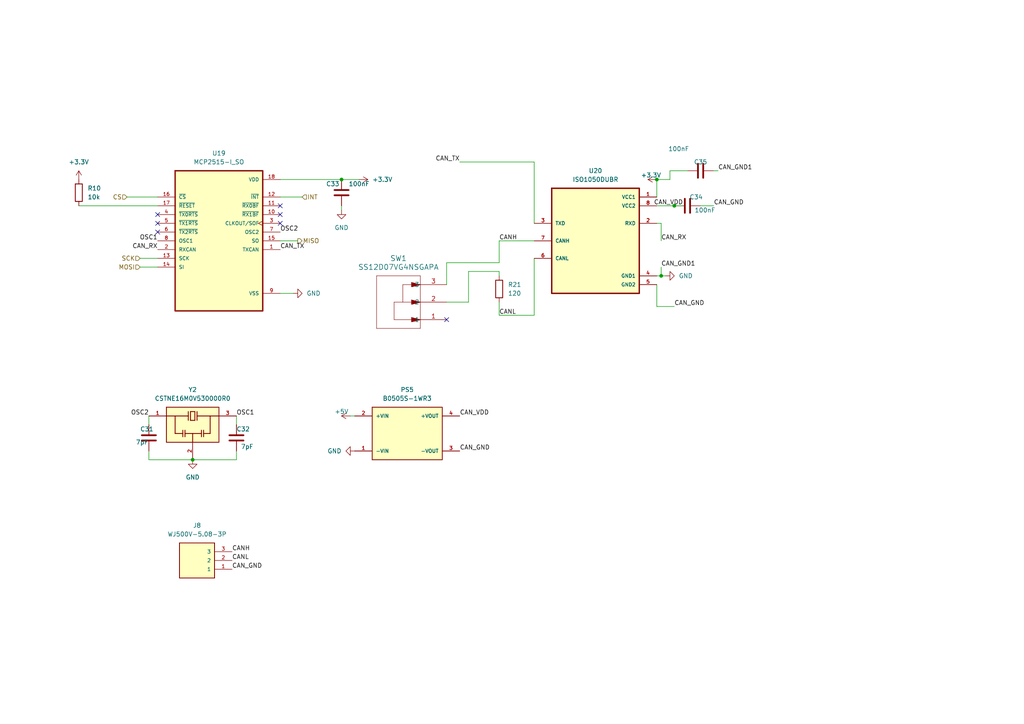
<source format=kicad_sch>
(kicad_sch (version 20231120) (generator "eeschema") (generator_version "8.0")
  (paper "A4")
  (lib_symbols
    (symbol "2024-05-28_19-32-11:SS12D07VG4NSGAPA" (pin_names (offset 0.254))
      (property "Reference" "SW" (at 15.24 7.62 0))
      (property "Value" "SS12D07VG4NSGAPA" (at 20.32 5.08 0))
      (symbol "SS12D07VG4NSGAPA_0_1"
        (polyline (pts (xy 7.62 -12.7) (xy 20.32 -12.7)) (stroke (width 0.127)))
        (polyline (pts (xy 7.62 -10.16) (xy 10.16 -9.525)) (stroke (width 0.127)))
        (polyline (pts (xy 7.62 -5.08) (xy 10.16 -4.445)) (stroke (width 0.127)))
        (polyline (pts (xy 7.62 -5.08) (xy 15.24 -5.08)) (stroke (width 0.127)))
        (polyline (pts (xy 7.62 0) (xy 10.16 0.635)) (stroke (width 0.127)))
        (polyline (pts (xy 7.62 0) (xy 15.24 0)) (stroke (width 0.127)))
        (polyline (pts (xy 7.62 2.54) (xy 7.62 -12.7)) (stroke (width 0.127)))
        (polyline (pts (xy 10.16 -10.795) (xy 7.62 -10.16)) (stroke (width 0.127)))
        (polyline (pts (xy 10.16 -9.525) (xy 10.16 -10.795)) (stroke (width 0.127)))
        (polyline (pts (xy 10.16 -5.715) (xy 7.62 -5.08)) (stroke (width 0.127)))
        (polyline (pts (xy 10.16 -4.445) (xy 10.16 -5.715)) (stroke (width 0.127)))
        (polyline (pts (xy 10.16 -0.635) (xy 7.62 0)) (stroke (width 0.127)))
        (polyline (pts (xy 10.16 0.635) (xy 10.16 -0.635)) (stroke (width 0.127)))
        (polyline (pts (xy 12.7 -10.16) (xy 7.62 -10.16)) (stroke (width 0.127)))
        (polyline (pts (xy 12.7 -5.08) (xy 12.7 -10.16)) (stroke (width 0.127)))
        (polyline (pts (xy 15.24 0) (xy 15.24 -5.08)) (stroke (width 0.127)))
        (polyline (pts (xy 20.32 -12.7) (xy 20.32 2.54)) (stroke (width 0.127)))
        (polyline (pts (xy 20.32 2.54) (xy 7.62 2.54)) (stroke (width 0.127)))
        (polyline (pts (xy 7.62 -10.16) (xy 10.16 -9.525) (xy 10.16 -10.795)) (fill (type outline)))
        (polyline (pts (xy 7.62 -5.08) (xy 10.16 -4.445) (xy 10.16 -5.715)) (fill (type outline)))
        (polyline (pts (xy 7.62 0) (xy 10.16 0.635) (xy 10.16 -0.635)) (fill (type outline)))
        (pin unspecified line (at 0 0 0) (length 7.62) (name "1") (number "1"))
        (pin unspecified line (at 0 -5.08 0) (length 7.62) (name "2") (number "2"))
        (pin unspecified line (at 0 -10.16 0) (length 7.62) (name "3") (number "3"))
      )
    )
    (symbol "CSTNE16M0V530000R0:CSTNE16M0V530000R0" (pin_names (offset 1.016))
      (property "Reference" "Y" (at -7.62 6.35 0))
      (property "Value" "CSTNE16M0V530000R0" (at 1.27 -6.35 0))
      (symbol "CSTNE16M0V530000R0_0_0"
        (rectangle (start -7.62 -5.08) (end 7.62 5.08) (stroke (width 0.254)) (fill (type background)))
        (polyline (pts (xy -7.62 2.54) (xy -5.08 2.54)) (stroke (width 0.254)))
        (polyline (pts (xy -5.08 -2.54) (xy -5.08 2.54)) (stroke (width 0.254)))
        (polyline (pts (xy -5.08 2.54) (xy -1.27 2.54)) (stroke (width 0.254)))
        (polyline (pts (xy -2.8575 -2.54) (xy -5.08 -2.54)) (stroke (width 0.254)))
        (polyline (pts (xy -2.8575 -2.54) (xy -2.8575 -3.4925)) (stroke (width 0.254)))
        (polyline (pts (xy -2.8575 -1.5875) (xy -2.8575 -2.54)) (stroke (width 0.254)))
        (polyline (pts (xy -2.2225 -2.54) (xy -2.2225 -3.4925)) (stroke (width 0.254)))
        (polyline (pts (xy -2.2225 -1.5875) (xy -2.2225 -2.54)) (stroke (width 0.254)))
        (polyline (pts (xy -1.27 2.54) (xy -1.27 1.27)) (stroke (width 0.254)))
        (polyline (pts (xy -1.27 3.81) (xy -1.27 2.54)) (stroke (width 0.254)))
        (polyline (pts (xy -0.635 1.27) (xy -0.635 3.81)) (stroke (width 0.254)))
        (polyline (pts (xy -0.635 3.81) (xy 0.635 3.81)) (stroke (width 0.254)))
        (polyline (pts (xy 0 -5.08) (xy 0 -2.54)) (stroke (width 0.254)))
        (polyline (pts (xy 0 -2.54) (xy -2.2225 -2.54)) (stroke (width 0.254)))
        (polyline (pts (xy 0 -2.54) (xy 2.54 -2.54)) (stroke (width 0.254)))
        (polyline (pts (xy 0.635 1.27) (xy -0.635 1.27)) (stroke (width 0.254)))
        (polyline (pts (xy 0.635 3.81) (xy 0.635 1.27)) (stroke (width 0.254)))
        (polyline (pts (xy 1.27 2.54) (xy 1.27 1.27)) (stroke (width 0.254)))
        (polyline (pts (xy 1.27 2.54) (xy 5.08 2.54)) (stroke (width 0.254)))
        (polyline (pts (xy 1.27 3.81) (xy 1.27 2.54)) (stroke (width 0.254)))
        (polyline (pts (xy 2.54 -2.54) (xy 2.54 -3.4925)) (stroke (width 0.254)))
        (polyline (pts (xy 2.54 -1.5875) (xy 2.54 -2.54)) (stroke (width 0.254)))
        (polyline (pts (xy 3.175 -2.54) (xy 3.175 -3.4925)) (stroke (width 0.254)))
        (polyline (pts (xy 3.175 -2.54) (xy 5.08 -2.54)) (stroke (width 0.254)))
        (polyline (pts (xy 3.175 -1.5875) (xy 3.175 -2.54)) (stroke (width 0.254)))
        (polyline (pts (xy 5.08 -2.54) (xy 5.08 2.54)) (stroke (width 0.254)))
        (polyline (pts (xy 5.08 2.54) (xy 7.62 2.54)) (stroke (width 0.254)))
        (pin input line (at -12.7 2.54 0) (length 5.08) (name "~") (number "1"))
        (pin power_in line (at 0 -10.16 90) (length 5.08) (name "~") (number "2"))
        (pin output line (at 12.7 2.54 180) (length 5.08) (name "~") (number "3"))
      )
    )
    (symbol "Device:C" (pin_numbers hide) (pin_names (offset 0.254))
      (property "Reference" "C" (at 0.635 2.54 0))
      (property "Value" "C" (at 0.635 -2.54 0))
      (symbol "C_0_1"
        (polyline (pts (xy -2.032 -0.762) (xy 2.032 -0.762)) (stroke (width 0.508)))
        (polyline (pts (xy -2.032 0.762) (xy 2.032 0.762)) (stroke (width 0.508)))
      )
      (symbol "C_1_1"
        (pin passive line (at 0 3.81 270) (length 2.794) (name "~") (number "1"))
        (pin passive line (at 0 -3.81 90) (length 2.794) (name "~") (number "2"))
      )
    )
    (symbol "Device:R" (pin_numbers hide) (pin_names (offset 0))
      (property "Reference" "R" (at 2.032 0 90))
      (property "Value" "R" (at 0 0 90))
      (symbol "R_0_1"
        (rectangle (start -1.016 -2.54) (end 1.016 2.54) (stroke (width 0.254)))
      )
      (symbol "R_1_1"
        (pin passive line (at 0 3.81 270) (length 1.27) (name "~") (number "1"))
        (pin passive line (at 0 -3.81 90) (length 1.27) (name "~") (number "2"))
      )
    )
    (symbol "ISO1050DUBR:ISO1050DUBR" (pin_names (offset 1.016))
      (property "Reference" "U" (at -12.7 16.24 0))
      (property "Value" "ISO1050DUBR" (at -12.7 -19.24 0))
      (symbol "ISO1050DUBR_0_0"
        (rectangle (start -12.7 -15.24) (end 12.7 15.24) (stroke (width 0.41)) (fill (type background)))
        (pin power_in line (at 17.78 12.7 180) (length 5.08) (name "VCC1") (number "1"))
        (pin output line (at 17.78 5.08 180) (length 5.08) (name "RXD") (number "2"))
        (pin input line (at -17.78 5.08 0) (length 5.08) (name "TXD") (number "3"))
        (pin power_in line (at 17.78 -10.16 180) (length 5.08) (name "GND1") (number "4"))
        (pin power_in line (at 17.78 -12.7 180) (length 5.08) (name "GND2") (number "5"))
        (pin bidirectional line (at -17.78 -5.08 0) (length 5.08) (name "CANL") (number "6"))
        (pin bidirectional line (at -17.78 0 0) (length 5.08) (name "CANH") (number "7"))
        (pin power_in line (at 17.78 10.16 180) (length 5.08) (name "VCC2") (number "8"))
      )
    )
    (symbol "MCP2515-I_SO:MCP2515-I_SO" (pin_names (offset 1.016))
      (property "Reference" "U" (at -12.7 21.32 0))
      (property "Value" "MCP2515-I_SO" (at -12.7 -24.32 0))
      (symbol "MCP2515-I_SO_0_0"
        (rectangle (start -12.7 -20.32) (end 12.7 20.32) (stroke (width 0.41)) (fill (type background)))
        (pin output line (at 17.78 -2.54 180) (length 5.08) (name "TXCAN") (number "1"))
        (pin output line (at 17.78 7.62 180) (length 5.08) (name "~{RX1BF}") (number "10"))
        (pin output line (at 17.78 10.16 180) (length 5.08) (name "~{RX0BF}") (number "11"))
        (pin output line (at 17.78 12.7 180) (length 5.08) (name "~{INT}") (number "12"))
        (pin input line (at -17.78 -5.08 0) (length 5.08) (name "SCK") (number "13"))
        (pin input line (at -17.78 -7.62 0) (length 5.08) (name "SI") (number "14"))
        (pin output line (at 17.78 0 180) (length 5.08) (name "SO") (number "15"))
        (pin input line (at -17.78 12.7 0) (length 5.08) (name "~{CS}") (number "16"))
        (pin input line (at -17.78 10.16 0) (length 5.08) (name "~{RESET}") (number "17"))
        (pin power_in line (at 17.78 17.78 180) (length 5.08) (name "VDD") (number "18"))
        (pin input line (at -17.78 -2.54 0) (length 5.08) (name "RXCAN") (number "2"))
        (pin output clock (at 17.78 5.08 180) (length 5.08) (name "CLKOUT/SOF") (number "3"))
        (pin input line (at -17.78 7.62 0) (length 5.08) (name "~{TX0RTS}") (number "4"))
        (pin input line (at -17.78 5.08 0) (length 5.08) (name "~{TX1RTS}") (number "5"))
        (pin input line (at -17.78 2.54 0) (length 5.08) (name "~{TX2RTS}") (number "6"))
        (pin output line (at 17.78 2.54 180) (length 5.08) (name "OSC2") (number "7"))
        (pin input line (at -17.78 0 0) (length 5.08) (name "OSC1") (number "8"))
        (pin power_in line (at 17.78 -15.24 180) (length 5.08) (name "VSS") (number "9"))
      )
    )
    (symbol "RFM-0505S:RFM-0505S" (pin_names (offset 1.016))
      (property "Reference" "PS" (at -10.16 8.89 0))
      (property "Value" "RFM-0505S" (at -10.16 -10.16 0))
      (symbol "RFM-0505S_0_0"
        (rectangle (start -10.16 -7.62) (end 10.16 7.62) (stroke (width 0.254)) (fill (type background)))
        (pin input line (at -15.24 -5.08 0) (length 5.08) (name "-VIN") (number "1"))
        (pin input line (at -15.24 5.08 0) (length 5.08) (name "+VIN") (number "2"))
        (pin output line (at 15.24 -5.08 180) (length 5.08) (name "-VOUT") (number "3"))
        (pin output line (at 15.24 5.08 180) (length 5.08) (name "+VOUT") (number "4"))
      )
    )
    (symbol "TB006-508-03BE:TB006-508-03BE" (pin_names (offset 1.016))
      (property "Reference" "J" (at -5.58 5.08 0))
      (property "Value" "TB006-508-03BE" (at -5.08 -7.62 0))
      (symbol "TB006-508-03BE_0_0"
        (rectangle (start -5.08 -5.08) (end 5.08 5.08) (stroke (width 0.254)) (fill (type background)))
        (pin passive line (at -10.16 2.54 0) (length 5.08) (name "1") (number "1"))
        (pin passive line (at -10.16 0 0) (length 5.08) (name "2") (number "2"))
        (pin passive line (at -10.16 -2.54 0) (length 5.08) (name "3") (number "3"))
      )
    )
    (symbol "power:+3.3V" (power) (pin_names (offset 0))
      (property "Value" "+3.3V" (at 0 3.556 0))
      (symbol "+3.3V_0_1"
        (polyline (pts (xy -0.762 1.27) (xy 0 2.54)))
        (polyline (pts (xy 0 0) (xy 0 2.54)))
        (polyline (pts (xy 0 2.54) (xy 0.762 1.27)))
      )
      (symbol "+3.3V_1_1"
        (pin power_in line (at 0 0 90) (length 0) hide (name "+3.3V") (number "1"))
      )
    )
    (symbol "power:+5V" (power) (pin_names (offset 0))
      (property "Value" "+5V" (at 0 3.556 0))
      (symbol "+5V_0_1"
        (polyline (pts (xy -0.762 1.27) (xy 0 2.54)))
        (polyline (pts (xy 0 0) (xy 0 2.54)))
        (polyline (pts (xy 0 2.54) (xy 0.762 1.27)))
      )
      (symbol "+5V_1_1"
        (pin power_in line (at 0 0 90) (length 0) hide (name "+5V") (number "1"))
      )
    )
    (symbol "power:GND" (power) (pin_names (offset 0))
      (property "Value" "GND" (at 0 -3.81 0))
      (symbol "GND_0_1"
        (polyline (pts (xy 0 0) (xy 0 -1.27) (xy 1.27 -1.27) (xy 0 -2.54) (xy -1.27 -1.27) (xy 0 -1.27)))
      )
      (symbol "GND_1_1"
        (pin power_in line (at 0 0 270) (length 0) hide (name "GND") (number "1"))
      )
    )
  )
  (junction (at 55.88 133.35))
  (junction (at 191.77 80.01))
  (junction (at 99.06 52.07))
  (junction (at 195.58 59.69))
  (junction (at 190.5 52.07))
  (no_connect (at 129.54 92.71))
  (no_connect (at 81.28 62.23))
  (no_connect (at 45.72 67.31))
  (no_connect (at 81.28 64.77))
  (no_connect (at 81.28 59.69))
  (no_connect (at 45.72 64.77))
  (no_connect (at 45.72 62.23))
  (wire (pts (xy 154.94 46.99) (xy 154.94 64.77)))
  (wire (pts (xy 43.18 133.35) (xy 55.88 133.35)))
  (wire (pts (xy 207.01 49.53) (xy 208.28 49.53)))
  (wire (pts (xy 40.64 77.47) (xy 45.72 77.47)))
  (wire (pts (xy 194.31 52.07) (xy 190.5 52.07)))
  (wire (pts (xy 36.83 57.15) (xy 45.72 57.15)))
  (wire (pts (xy 81.28 69.85) (xy 86.36 69.85)))
  (wire (pts (xy 68.58 120.65) (xy 68.58 123.19)))
  (wire (pts (xy 191.77 64.77) (xy 190.5 64.77)))
  (wire (pts (xy 190.5 59.69) (xy 195.58 59.69)))
  (wire (pts (xy 101.6 120.65) (xy 102.87 120.65)))
  (wire (pts (xy 68.58 133.35) (xy 55.88 133.35)))
  (wire (pts (xy 190.5 57.15) (xy 190.5 52.07)))
  (wire (pts (xy 85.09 85.09) (xy 81.28 85.09)))
  (wire (pts (xy 194.31 49.53) (xy 199.39 49.53)))
  (wire (pts (xy 191.77 80.01) (xy 190.5 80.01)))
  (wire (pts (xy 43.18 130.81) (xy 43.18 133.35)))
  (wire (pts (xy 81.28 52.07) (xy 99.06 52.07)))
  (wire (pts (xy 195.58 88.9) (xy 190.5 88.9)))
  (wire (pts (xy 190.5 88.9) (xy 190.5 82.55)))
  (wire (pts (xy 191.77 69.85) (xy 191.77 64.77)))
  (wire (pts (xy 99.06 52.07) (xy 104.14 52.07)))
  (wire (pts (xy 193.04 80.01) (xy 191.77 80.01)))
  (wire (pts (xy 68.58 130.81) (xy 68.58 133.35)))
  (wire (pts (xy 191.77 77.47) (xy 191.77 80.01)))
  (wire (pts (xy 133.35 46.99) (xy 154.94 46.99)))
  (wire (pts (xy 22.86 59.69) (xy 45.72 59.69)))
  (wire (pts (xy 40.64 74.93) (xy 45.72 74.93)))
  (wire (pts (xy 129.54 76.2) (xy 129.54 82.55)))
  (wire (pts (xy 194.31 49.53) (xy 194.31 52.07)))
  (wire (pts (xy 135.89 78.74) (xy 144.78 78.74)))
  (wire (pts (xy 135.89 87.63) (xy 129.54 87.63)))
  (wire (pts (xy 81.28 57.15) (xy 87.63 57.15)))
  (wire (pts (xy 144.78 87.63) (xy 144.78 91.44)))
  (wire (pts (xy 43.18 120.65) (xy 43.18 123.19)))
  (wire (pts (xy 144.78 69.85) (xy 154.94 69.85)))
  (wire (pts (xy 207.01 59.69) (xy 203.2 59.69)))
  (wire (pts (xy 129.54 76.2) (xy 144.78 76.2)))
  (wire (pts (xy 144.78 78.74) (xy 144.78 80.01)))
  (wire (pts (xy 135.89 78.74) (xy 135.89 87.63)))
  (wire (pts (xy 144.78 76.2) (xy 144.78 69.85)))
  (wire (pts (xy 99.06 59.69) (xy 99.06 60.96)))
  (wire (pts (xy 154.94 74.93) (xy 154.94 91.44)))
  (wire (pts (xy 144.78 91.44) (xy 154.94 91.44)))
  (wire (pts (xy 198.12 59.69) (xy 195.58 59.69)))
  (label "CAN_GND" (at 195.58 88.9 0))
  (label "OSC1" (at 68.58 120.65 0))
  (label "OSC1" (at 45.72 69.85 180))
  (label "CAN_GND1" (at 191.77 77.47 0))
  (label "CANL" (at 67.31 162.56 0))
  (label "CANH" (at 144.78 69.85 0))
  (label "CAN_TX" (at 81.28 72.39 0))
  (label "CAN_GND" (at 207.01 59.69 0))
  (label "CAN_VDD" (at 133.35 120.65 0))
  (label "OSC2" (at 81.28 67.31 0))
  (label "CAN_GND1" (at 208.28 49.53 0))
  (label "CANH" (at 67.31 160.02 0))
  (label "CAN_GND" (at 133.35 130.81 0))
  (label "CAN_TX" (at 133.35 46.99 180))
  (label "CANL" (at 144.78 91.44 0))
  (label "CAN_RX" (at 191.77 69.85 0))
  (label "CAN_GND" (at 67.31 165.1 0))
  (label "OSC2" (at 43.18 120.65 180))
  (label "CAN_VDD" (at 198.12 59.69 180))
  (label "CAN_RX" (at 45.72 72.39 180))
  (hierarchical_label "INT" (shape input) (at 87.63 57.15 0))
  (hierarchical_label "MOSI" (shape input) (at 40.64 77.47 180))
  (hierarchical_label "MISO" (shape output) (at 86.36 69.85 0))
  (hierarchical_label "CS" (shape input) (at 36.83 57.15 180))
  (hierarchical_label "SCK" (shape input) (at 40.64 74.93 180))
  (symbol (lib_id "ISO1050DUBR:ISO1050DUBR") (at 172.72 69.85 0) (unit 1)
    (property "Reference" "U20" (at 172.72 49.53 0))
    (property "Value" "ISO1050DUBR" (at 172.72 52.07 0))
    (property "Footprint" "revparts2:SOP254P1040X485-8N" (effects (hide yes)))
  )
  (symbol (lib_id "Device:R") (at 144.78 83.82 0) (unit 1)
    (property "Reference" "R21" (at 147.32 82.55 0) (effects (justify left)))
    (property "Value" "120" (at 147.32 85.09 0) (effects (justify left)))
    (property "Footprint" "Resistor_SMD:R_0402_1005Metric" (effects (hide yes)))
  )
  (symbol (lib_id "power:+3.3V") (at 104.14 52.07 270) (unit 1)
    (property "Reference" "#PWR077" (effects (hide yes)))
    (property "Value" "+3.3V" (at 107.95 52.07 90) (effects (justify left)))
  )
  (symbol (lib_id "power:+5V") (at 101.6 120.65 90) (unit 1)
    (property "Reference" "#PWR078" (effects (hide yes)))
    (property "Value" "+5V" (at 99.06 119.38 90))
  )
  (symbol (lib_id "Device:C") (at 99.06 55.88 180) (unit 1)
    (property "Reference" "C33" (at 96.52 53.34 0))
    (property "Value" "100nF" (at 104.14 53.34 0))
    (property "Footprint" "Capacitor_SMD:C_0402_1005Metric" (effects (hide yes)))
  )
  (symbol (lib_id "Device:R") (at 22.86 55.88 0) (unit 1)
    (property "Reference" "R10" (at 25.4 54.61 0) (effects (justify left)))
    (property "Value" "10k" (at 25.4 57.15 0) (effects (justify left)))
    (property "Footprint" "Resistor_SMD:R_0402_1005Metric" (effects (hide yes)))
  )
  (symbol (lib_id "Device:C") (at 203.2 49.53 90) (unit 1)
    (property "Reference" "C35" (at 203.2 46.99 90))
    (property "Value" "100nF" (at 196.85 43.18 90))
    (property "Footprint" "Capacitor_SMD:C_0402_1005Metric" (effects (hide yes)))
  )
  (symbol (lib_id "power:GND") (at 85.09 85.09 90) (unit 1)
    (property "Reference" "#PWR075" (effects (hide yes)))
    (property "Value" "GND" (at 88.9 85.09 90) (effects (justify right)))
  )
  (symbol (lib_id "RFM-0505S:RFM-0505S") (at 118.11 125.73 0) (unit 1)
    (property "Reference" "PS5" (at 118.11 113.03 0))
    (property "Value" "B0505S-1WR3" (at 118.11 115.57 0))
    (property "Footprint" "relevantparts:CONV_RFM-0505S" (effects (hide yes)))
    (property "PARTREV" "0" (effects (hide yes)))
    (property "STANDARD" "Manufacturer Recommendations" (effects (hide yes)))
    (property "MAXIMUM_PACKAGE_HEIGHT" "10mm" (effects (hide yes)))
    (property "MANUFACTURER" "Recom" (effects (hide yes)))
  )
  (symbol (lib_id "Device:C") (at 68.58 127 0) (unit 1)
    (property "Reference" "C32" (at 68.58 124.46 0) (effects (justify left)))
    (property "Value" "7pF" (at 69.85 129.54 0) (effects (justify left)))
    (property "Footprint" "Capacitor_SMD:C_0603_1608Metric" (effects (hide yes)))
  )
  (symbol (lib_id "power:GND") (at 99.06 60.96 0) (unit 1)
    (property "Reference" "#PWR076" (effects (hide yes)))
    (property "Value" "GND" (at 99.06 66.04 0))
  )
  (symbol (lib_id "power:+3.3V") (at 190.5 52.07 90) (unit 1)
    (property "Reference" "#PWR080" (effects (hide yes)))
    (property "Value" "+3.3V" (at 191.77 50.8 90) (effects (justify left)))
  )
  (symbol (lib_id "power:GND") (at 55.88 133.35 0) (unit 1)
    (property "Reference" "#PWR074" (effects (hide yes)))
    (property "Value" "GND" (at 55.88 138.43 0))
  )
  (symbol (lib_id "power:GND") (at 193.04 80.01 90) (unit 1)
    (property "Reference" "#PWR081" (effects (hide yes)))
    (property "Value" "GND" (at 196.85 80.01 90) (effects (justify right)))
  )
  (symbol (lib_id "Device:C") (at 43.18 127 0) (unit 1)
    (property "Reference" "C31" (at 40.64 124.46 0) (effects (justify left)))
    (property "Value" "7pF" (at 39.37 128.27 0) (effects (justify left)))
    (property "Footprint" "Capacitor_SMD:C_0603_1608Metric" (effects (hide yes)))
  )
  (symbol (lib_id "Device:C") (at 199.39 59.69 90) (unit 1)
    (property "Reference" "C34" (at 201.93 57.15 90))
    (property "Value" "100nF" (at 204.47 60.96 90))
    (property "Footprint" "Capacitor_SMD:C_0402_1005Metric" (effects (hide yes)))
  )
  (symbol (lib_id "power:GND") (at 102.87 130.81 270) (unit 1)
    (property "Reference" "#PWR079" (effects (hide yes)))
    (property "Value" "GND" (at 99.06 130.81 90) (effects (justify right)))
  )
  (symbol (lib_id "MCP2515-I_SO:MCP2515-I_SO") (at 63.5 69.85 0) (unit 1)
    (property "Reference" "U19" (at 63.5 44.45 0))
    (property "Value" "MCP2515-I_SO" (at 63.5 46.99 0))
    (property "Footprint" "revparts2:SOIC127P1030X265-18N" (effects (hide yes)))
  )
  (symbol (lib_id "2024-05-28_19-32-11:SS12D07VG4NSGAPA") (at 129.54 92.71 180) (unit 1)
    (property "Reference" "SW1" (at 115.57 74.93 0) (effects (font (size 1.524 1.524))))
    (property "Value" "SS12D07VG4NSGAPA" (at 115.57 77.47 0) (effects (font (size 1.524 1.524))))
    (property "Footprint" "revparts2:SS12D07_CNK" (effects (hide yes)))
    (property "Datasheet" "SS12D07VG4NSGAPA" (effects (hide yes)))
  )
  (symbol (lib_id "TB006-508-03BE:TB006-508-03BE") (at 57.15 162.56 180) (unit 1)
    (property "Reference" "J8" (at 57.15 152.4 0))
    (property "Value" "WJ500V-5.08-3P" (at 57.15 154.94 0))
    (property "Footprint" "revparts2:CUI_TB006-508-03BE" (effects (hide yes)))
    (property "STANDARD" "Manufacturer Recommendations" (effects (hide yes)))
    (property "MANUFACTURER" "CUI" (effects (hide yes)))
  )
  (symbol (lib_id "power:+3.3V") (at 22.86 52.07 0) (unit 1)
    (property "Reference" "#PWR073" (effects (hide yes)))
    (property "Value" "+3.3V" (at 22.86 46.99 0))
  )
  (symbol (lib_id "CSTNE16M0V530000R0:CSTNE16M0V530000R0") (at 55.88 123.19 0) (unit 1)
    (property "Reference" "Y2" (at 55.88 113.03 0))
    (property "Value" "CSTNE16M0V530000R0" (at 55.88 115.57 0))
    (property "Footprint" "revparts2:OSC_CSTNE16M0V530000R0" (effects (hide yes)))
    (property "PARTREV" "JGC42-8853B" (effects (hide yes)))
    (property "MANUFACTURER" "Murata" (effects (hide yes)))
    (property "MAXIMUM_PACKAGE_HEIGHT" "1mm" (effects (hide yes)))
    (property "STANDARD" "Manufacturer Recomendations" (effects (hide yes)))
  )
)
</source>
